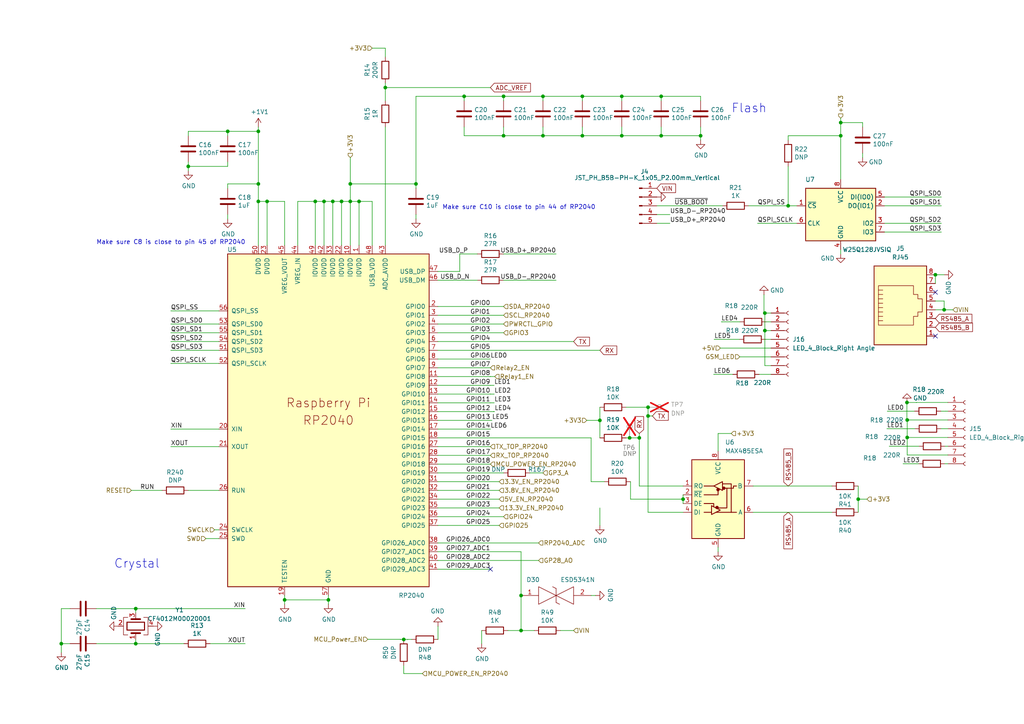
<source format=kicad_sch>
(kicad_sch (version 20231120) (generator "eeschema") (generator_version "8.0")
  (paper "A4")
  (lib_symbols
    (symbol "Connector:Conn_01x05_Male" (pin_names (offset 1.016) hide)
      (property "Reference" "J" (at 0 7.62 0))
      (property "Value" "Conn_01x05_Male" (at 0 -7.62 0))
      (symbol "Conn_01x05_Male_1_1"
        (pin passive line (at 5.08 5.08 180) (length 3.81) (name "Pin_1") (number "1"))
        (pin passive line (at 5.08 2.54 180) (length 3.81) (name "Pin_2") (number "2"))
        (pin passive line (at 5.08 0 180) (length 3.81) (name "Pin_3") (number "3"))
        (pin passive line (at 5.08 -2.54 180) (length 3.81) (name "Pin_4") (number "4"))
        (pin passive line (at 5.08 -5.08 180) (length 3.81) (name "Pin_5") (number "5"))
      )
    )
    (symbol "Connector:Conn_01x08_Socket" (pin_names (offset 1.016) hide)
      (property "Reference" "J" (at 0 10.16 0))
      (property "Value" "Conn_01x08_Socket" (at 0 -12.7 0))
      (symbol "Conn_01x08_Socket_1_1"
        (pin passive line (at -5.08 7.62 0) (length 3.81) (name "Pin_1") (number "1"))
        (pin passive line (at -5.08 5.08 0) (length 3.81) (name "Pin_2") (number "2"))
        (pin passive line (at -5.08 2.54 0) (length 3.81) (name "Pin_3") (number "3"))
        (pin passive line (at -5.08 0 0) (length 3.81) (name "Pin_4") (number "4"))
        (pin passive line (at -5.08 -2.54 0) (length 3.81) (name "Pin_5") (number "5"))
        (pin passive line (at -5.08 -5.08 0) (length 3.81) (name "Pin_6") (number "6"))
        (pin passive line (at -5.08 -7.62 0) (length 3.81) (name "Pin_7") (number "7"))
        (pin passive line (at -5.08 -10.16 0) (length 3.81) (name "Pin_8") (number "8"))
      )
    )
    (symbol "Connector:RJ45" (pin_names (offset 1.016))
      (property "Reference" "J" (at -5.08 13.97 0))
      (property "Value" "RJ45" (at 2.54 13.97 0))
      (symbol "RJ45_1_1"
        (pin passive line (at 10.16 -7.62 180) (length 2.54) (name "~") (number "1"))
        (pin passive line (at 10.16 -5.08 180) (length 2.54) (name "~") (number "2"))
        (pin passive line (at 10.16 -2.54 180) (length 2.54) (name "~") (number "3"))
        (pin passive line (at 10.16 0 180) (length 2.54) (name "~") (number "4"))
        (pin passive line (at 10.16 2.54 180) (length 2.54) (name "~") (number "5"))
        (pin passive line (at 10.16 5.08 180) (length 2.54) (name "~") (number "6"))
        (pin passive line (at 10.16 7.62 180) (length 2.54) (name "~") (number "7"))
        (pin passive line (at 10.16 10.16 180) (length 2.54) (name "~") (number "8"))
      )
    )
    (symbol "Connector:TestPoint" (pin_numbers hide) (pin_names (offset 0.762) hide)
      (property "Reference" "TP" (at 0 6.858 0))
      (property "Value" "TestPoint" (at 0 5.08 0))
      (symbol "TestPoint_1_1"
        (pin passive line (at 0 0 90) (length 2.54) (name "1") (number "1"))
      )
    )
    (symbol "Device:C" (pin_numbers hide) (pin_names (offset 0.254))
      (property "Reference" "C" (at 0.635 2.54 0))
      (property "Value" "C" (at 0.635 -2.54 0))
      (symbol "C_1_1"
        (pin passive line (at 0 3.81 270) (length 2.794) (name "~") (number "1"))
        (pin passive line (at 0 -3.81 90) (length 2.794) (name "~") (number "2"))
      )
    )
    (symbol "Device:Crystal_GND24" (pin_names (offset 1.016) hide)
      (property "Reference" "Y" (at 3.175 5.08 0))
      (property "Value" "Crystal_GND24" (at 3.175 3.175 0))
      (symbol "Crystal_GND24_1_1"
        (pin passive line (at -3.81 0 0) (length 1.27) (name "1") (number "1"))
        (pin passive line (at 0 5.08 270) (length 1.27) (name "2") (number "2"))
        (pin passive line (at 3.81 0 180) (length 1.27) (name "3") (number "3"))
        (pin passive line (at 0 -5.08 90) (length 1.27) (name "4") (number "4"))
      )
    )
    (symbol "Device:R" (pin_numbers hide) (pin_names (offset 0))
      (property "Reference" "R" (at 2.032 0 90))
      (property "Value" "R" (at 0 0 90))
      (symbol "R_1_1"
        (pin passive line (at 0 3.81 270) (length 1.27) (name "~") (number "1"))
        (pin passive line (at 0 -3.81 90) (length 1.27) (name "~") (number "2"))
      )
    )
    (symbol "Interface_UART:MAX485E"
      (property "Reference" "U" (at -6.096 11.43 0))
      (property "Value" "MAX485E" (at 0.762 11.43 0))
      (symbol "MAX485E_1_1"
        (pin output line (at -10.16 2.54 0) (length 2.54) (name "RO") (number "1"))
        (pin input line (at -10.16 0 0) (length 2.54) (name "~{RE}") (number "2"))
        (pin input line (at -10.16 -2.54 0) (length 2.54) (name "DE") (number "3"))
        (pin input line (at -10.16 -5.08 0) (length 2.54) (name "DI") (number "4"))
        (pin power_in line (at 0 -15.24 90) (length 2.54) (name "GND") (number "5"))
        (pin bidirectional line (at 10.16 -5.08 180) (length 2.54) (name "A") (number "6"))
        (pin bidirectional line (at 10.16 2.54 180) (length 2.54) (name "B") (number "7"))
        (pin power_in line (at 0 12.7 270) (length 2.54) (name "VCC") (number "8"))
      )
    )
    (symbol "MCU_RaspberryPi_RP2040:RP2040" (pin_names (offset 1.016))
      (property "Reference" "U" (at -29.21 49.53 0))
      (property "Value" "RP2040" (at 24.13 -49.53 0))
      (symbol "RP2040_0_0"
        (text "Raspberry Pi" (at 0 5.08 0) (effects (font (size 2.54 2.54))))
        (text "RP2040" (at 0 0 0) (effects (font (size 2.54 2.54))))
      )
      (symbol "RP2040_1_1"
        (pin power_in line (at 8.89 50.8 270) (length 2.54) (name "IOVDD") (number "1"))
        (pin power_in line (at 6.35 50.8 270) (length 2.54) (name "IOVDD") (number "10"))
        (pin bidirectional line (at 31.75 12.7 180) (length 2.54) (name "GPIO8") (number "11"))
        (pin bidirectional line (at 31.75 10.16 180) (length 2.54) (name "GPIO9") (number "12"))
        (pin bidirectional line (at 31.75 7.62 180) (length 2.54) (name "GPIO10") (number "13"))
        (pin bidirectional line (at 31.75 5.08 180) (length 2.54) (name "GPIO11") (number "14"))
        (pin bidirectional line (at 31.75 2.54 180) (length 2.54) (name "GPIO12") (number "15"))
        (pin bidirectional line (at 31.75 0 180) (length 2.54) (name "GPIO13") (number "16"))
        (pin bidirectional line (at 31.75 -2.54 180) (length 2.54) (name "GPIO14") (number "17"))
        (pin bidirectional line (at 31.75 -5.08 180) (length 2.54) (name "GPIO15") (number "18"))
        (pin passive line (at -12.7 -50.8 90) (length 2.54) (name "TESTEN") (number "19"))
        (pin bidirectional line (at 31.75 33.02 180) (length 2.54) (name "GPIO0") (number "2"))
        (pin input line (at -31.75 -2.54 0) (length 2.54) (name "XIN") (number "20"))
        (pin passive line (at -31.75 -7.62 0) (length 2.54) (name "XOUT") (number "21"))
        (pin power_in line (at 3.81 50.8 270) (length 2.54) (name "IOVDD") (number "22"))
        (pin power_in line (at -17.78 50.8 270) (length 2.54) (name "DVDD") (number "23"))
        (pin output line (at -31.75 -31.75 0) (length 2.54) (name "SWCLK") (number "24"))
        (pin bidirectional line (at -31.75 -34.29 0) (length 2.54) (name "SWD") (number "25"))
        (pin input line (at -31.75 -20.32 0) (length 2.54) (name "RUN") (number "26"))
        (pin bidirectional line (at 31.75 -7.62 180) (length 2.54) (name "GPIO16") (number "27"))
        (pin bidirectional line (at 31.75 -10.16 180) (length 2.54) (name "GPIO17") (number "28"))
        (pin bidirectional line (at 31.75 -12.7 180) (length 2.54) (name "GPIO18") (number "29"))
        (pin bidirectional line (at 31.75 30.48 180) (length 2.54) (name "GPIO1") (number "3"))
        (pin bidirectional line (at 31.75 -15.24 180) (length 2.54) (name "GPIO19") (number "30"))
        (pin bidirectional line (at 31.75 -17.78 180) (length 2.54) (name "GPIO20") (number "31"))
        (pin bidirectional line (at 31.75 -20.32 180) (length 2.54) (name "GPIO21") (number "32"))
        (pin power_in line (at 1.27 50.8 270) (length 2.54) (name "IOVDD") (number "33"))
        (pin bidirectional line (at 31.75 -22.86 180) (length 2.54) (name "GPIO22") (number "34"))
        (pin bidirectional line (at 31.75 -25.4 180) (length 2.54) (name "GPIO23") (number "35"))
        (pin bidirectional line (at 31.75 -27.94 180) (length 2.54) (name "GPIO24") (number "36"))
        (pin bidirectional line (at 31.75 -30.48 180) (length 2.54) (name "GPIO25") (number "37"))
        (pin bidirectional line (at 31.75 -35.56 180) (length 2.54) (name "GPIO26_ADC0") (number "38"))
        (pin bidirectional line (at 31.75 -38.1 180) (length 2.54) (name "GPIO27_ADC1") (number "39"))
        (pin bidirectional line (at 31.75 27.94 180) (length 2.54) (name "GPIO2") (number "4"))
        (pin bidirectional line (at 31.75 -40.64 180) (length 2.54) (name "GPIO28_ADC2") (number "40"))
        (pin bidirectional line (at 31.75 -43.18 180) (length 2.54) (name "GPIO29_ADC3") (number "41"))
        (pin power_in line (at -1.27 50.8 270) (length 2.54) (name "IOVDD") (number "42"))
        (pin power_in line (at 16.51 50.8 270) (length 2.54) (name "ADC_AVDD") (number "43"))
        (pin power_in line (at -8.89 50.8 270) (length 2.54) (name "VREG_IN") (number "44"))
        (pin power_out line (at -12.7 50.8 270) (length 2.54) (name "VREG_VOUT") (number "45"))
        (pin bidirectional line (at 31.75 40.64 180) (length 2.54) (name "USB_DM") (number "46"))
        (pin bidirectional line (at 31.75 43.18 180) (length 2.54) (name "USB_DP") (number "47"))
        (pin power_in line (at 12.7 50.8 270) (length 2.54) (name "USB_VDD") (number "48"))
        (pin power_in line (at -3.81 50.8 270) (length 2.54) (name "IOVDD") (number "49"))
        (pin bidirectional line (at 31.75 25.4 180) (length 2.54) (name "GPIO3") (number "5"))
        (pin power_in line (at -20.32 50.8 270) (length 2.54) (name "DVDD") (number "50"))
        (pin bidirectional line (at -31.75 20.32 0) (length 2.54) (name "QSPI_SD3") (number "51"))
        (pin output line (at -31.75 16.51 0) (length 2.54) (name "QSPI_SCLK") (number "52"))
        (pin bidirectional line (at -31.75 27.94 0) (length 2.54) (name "QSPI_SD0") (number "53"))
        (pin bidirectional line (at -31.75 22.86 0) (length 2.54) (name "QSPI_SD2") (number "54"))
        (pin bidirectional line (at -31.75 25.4 0) (length 2.54) (name "QSPI_SD1") (number "55"))
        (pin bidirectional line (at -31.75 31.75 0) (length 2.54) (name "QSPI_SS") (number "56"))
        (pin power_in line (at 0 -50.8 90) (length 2.54) (name "GND") (number "57"))
        (pin bidirectional line (at 31.75 22.86 180) (length 2.54) (name "GPIO4") (number "6"))
        (pin bidirectional line (at 31.75 20.32 180) (length 2.54) (name "GPIO5") (number "7"))
        (pin bidirectional line (at 31.75 17.78 180) (length 2.54) (name "GPIO6") (number "8"))
        (pin bidirectional line (at 31.75 15.24 180) (length 2.54) (name "GPIO7") (number "9"))
      )
    )
    (symbol "Memory_Flash:W25Q128JVS"
      (property "Reference" "U" (at -8.89 8.89 0))
      (property "Value" "W25Q128JVS" (at 7.62 8.89 0))
      (symbol "W25Q128JVS_1_1"
        (pin input line (at -12.7 2.54 0) (length 2.54) (name "~{CS}") (number "1"))
        (pin bidirectional line (at 12.7 2.54 180) (length 2.54) (name "DO(IO1)") (number "2"))
        (pin bidirectional line (at 12.7 -2.54 180) (length 2.54) (name "IO2") (number "3"))
        (pin power_in line (at 0 -10.16 90) (length 2.54) (name "GND") (number "4"))
        (pin bidirectional line (at 12.7 5.08 180) (length 2.54) (name "DI(IO0)") (number "5"))
        (pin input line (at -12.7 -2.54 0) (length 2.54) (name "CLK") (number "6"))
        (pin bidirectional line (at 12.7 -5.08 180) (length 2.54) (name "IO3") (number "7"))
        (pin power_in line (at 0 10.16 270) (length 2.54) (name "VCC") (number "8"))
      )
    )
    (symbol "SP0402B-ULC-01ETG:SP0402B-ULC-01ETG" (pin_names (offset 0.762))
      (property "Reference" "D" (at 12.7 8.89 0))
      (property "Value" "SP0402B-ULC-01ETG" (at 12.7 6.35 0))
      (symbol "SP0402B-ULC-01ETG_0_0"
        (pin passive line (at 0 0 0) (length 5.08) (name "~") (number "1"))
        (pin passive line (at 20.32 0 180) (length 5.08) (name "~") (number "2"))
      )
    )
    (symbol "power:+1V1" (power) (pin_names (offset 0))
      (property "Value" "+1V1" (at 0 3.556 0))
      (symbol "+1V1_1_1"
        (pin power_in line (at 0 0 90) (length 0) hide (name "+1V1") (number "1"))
      )
    )
    (symbol "power:GND" (power) (pin_names (offset 0))
      (property "Value" "GND" (at 0 -3.81 0))
      (symbol "GND_1_1"
        (pin power_in line (at 0 0 270) (length 0) hide (name "GND") (number "1"))
      )
    )
  )
  (junction (at 111.76 25.4))
  (junction (at 54.61 48.26))
  (junction (at 221.8396 90.8043))
  (junction (at 271.3007 79.6916))
  (junction (at 39.37 186.69))
  (junction (at 151.13 182.88))
  (junction (at 180.34 27.94))
  (junction (at 117.1006 185.4727))
  (junction (at 101.6 58.42))
  (junction (at 263.1254 126.8876))
  (junction (at 273.8407 89.8516))
  (junction (at 95.25 173.99))
  (junction (at 74.93 58.42))
  (junction (at 180.34 39.37))
  (junction (at 151.13 172.72))
  (junction (at 221.8396 95.8843))
  (junction (at 263.1254 121.8163))
  (junction (at 17.78 186.69))
  (junction (at 263.0568 116.7363))
  (junction (at 104.14 58.42))
  (junction (at 187.96 120.65))
  (junction (at 248.92 144.78))
  (junction (at 39.37 176.53))
  (junction (at 93.98 58.42))
  (junction (at 96.52 58.42))
  (junction (at 82.55 173.99))
  (junction (at 74.93 38.1))
  (junction (at 91.44 58.42))
  (junction (at 168.91 39.37))
  (junction (at 101.6 53.34))
  (junction (at 198.12 144.78))
  (junction (at 182.6119 127))
  (junction (at 134.62 27.94))
  (junction (at 157.48 27.94))
  (junction (at 187.96 118.11))
  (junction (at 228.6 59.69))
  (junction (at 66.04 38.1))
  (junction (at 74.93 53.34))
  (junction (at 99.06 58.42))
  (junction (at 191.77 39.37))
  (junction (at 173.99 121.92))
  (junction (at 120.65 53.34))
  (junction (at 191.77 27.94))
  (junction (at 168.91 27.94))
  (junction (at 77.47 58.42))
  (junction (at 185.42 127))
  (junction (at 146.05 27.94))
  (junction (at 157.48 39.37))
  (junction (at 243.84 39.37))
  (junction (at 243.84 35.56))
  (junction (at 203.2 39.37))
  (junction (at 146.05 39.37))
  (no_connect (at 142.24 165.1))
  (no_connect (at 271.3007 97.4716))
  (no_connect (at 271.3007 84.7716))
  (wire (pts (xy 111.76 36.83) (xy 111.76 71.12)))
  (wire (pts (xy 49.53 124.46) (xy 63.5 124.46)))
  (wire (pts (xy 59.69 156.21) (xy 63.5 156.21)))
  (wire (pts (xy 191.77 39.37) (xy 203.2 39.37)))
  (wire (pts (xy 66.04 53.34) (xy 74.93 53.34)))
  (wire (pts (xy 122.5125 195.3653) (xy 117.1006 195.3653)))
  (wire (pts (xy 127 160.02) (xy 151.13 160.02)))
  (wire (pts (xy 191.77 27.94) (xy 203.2 27.94)))
  (wire (pts (xy 143.1694 119.3787) (xy 143.1694 119.38)))
  (wire (pts (xy 101.6 58.42) (xy 104.14 58.42)))
  (wire (pts (xy 127.039 181.6432) (xy 127.039 185.4532)))
  (wire (pts (xy 180.34 27.94) (xy 191.77 27.94)))
  (wire (pts (xy 142.24 114.3018) (xy 142.24 114.3)))
  (wire (pts (xy 143.4165 119.3774) (xy 143.4234 119.3787)))
  (wire (pts (xy 221.8396 90.8043) (xy 221.8396 95.8843)))
  (wire (pts (xy 142.24 109.2128) (xy 142.24 109.22)))
  (wire (pts (xy 82.55 173.99) (xy 95.25 173.99)))
  (wire (pts (xy 142.24 116.8403) (xy 142.24 116.84)))
  (wire (pts (xy 143.3631 116.8403) (xy 142.24 116.8403)))
  (wire (pts (xy 180.34 39.37) (xy 168.91 39.37)))
  (wire (pts (xy 39.37 186.69) (xy 53.34 186.69)))
  (wire (pts (xy 142.6874 121.92) (xy 127 121.92)))
  (wire (pts (xy 191.77 29.21) (xy 191.77 27.94)))
  (wire (pts (xy 86.36 58.42) (xy 91.44 58.42)))
  (wire (pts (xy 146.05 27.94) (xy 157.48 27.94)))
  (wire (pts (xy 207.0067 108.5843) (xy 212.5516 108.5843)))
  (wire (pts (xy 54.61 46.99) (xy 54.61 48.26)))
  (wire (pts (xy 228.6 48.26) (xy 228.6 59.69)))
  (wire (pts (xy 127 142.24) (xy 144.78 142.24)))
  (wire (pts (xy 127 104.14) (xy 142.24 104.14)))
  (wire (pts (xy 95.25 173.99) (xy 95.25 175.26)))
  (wire (pts (xy 118.2663 185.4532) (xy 119.419 185.4532)))
  (wire (pts (xy 111.76 13.97) (xy 107.95 13.97)))
  (wire (pts (xy 271.3007 79.6916) (xy 271.3007 82.2316)))
  (wire (pts (xy 185.42 125.73) (xy 185.42 127)))
  (wire (pts (xy 272.8769 119.2612) (xy 274.3404 119.2612)))
  (wire (pts (xy 185.42 127) (xy 185.42 140.97)))
  (wire (pts (xy 127 106.68) (xy 142.24 106.68)))
  (wire (pts (xy 27.94 176.53) (xy 39.37 176.53)))
  (wire (pts (xy 120.65 27.94) (xy 120.65 53.34)))
  (wire (pts (xy 143.3159 111.7647) (xy 142.24 111.7647)))
  (wire (pts (xy 101.6 53.34) (xy 101.6 58.42)))
  (wire (pts (xy 153.67 137.16) (xy 157.48 137.16)))
  (wire (pts (xy 208.9282 100.9521) (xy 208.9282 100.9643)))
  (wire (pts (xy 274.9191 116.7276) (xy 265.8174 116.7276)))
  (wire (pts (xy 60.96 186.69) (xy 71.12 186.69)))
  (wire (pts (xy 274.137 129.4276) (xy 274.9191 129.4276)))
  (wire (pts (xy 194.31 62.23) (xy 190.5 62.23)))
  (wire (pts (xy 127 96.52) (xy 146.05 96.52)))
  (wire (pts (xy 207.1393 98.4253) (xy 207.1393 98.4243)))
  (wire (pts (xy 93.98 58.42) (xy 96.52 58.42)))
  (wire (pts (xy 223.6347 95.8843) (xy 221.8396 95.8843)))
  (wire (pts (xy 212.09 125.73) (xy 208.28 125.73)))
  (wire (pts (xy 157.48 27.94) (xy 168.91 27.94)))
  (wire (pts (xy 194.31 64.77) (xy 190.5 64.77)))
  (wire (pts (xy 248.92 144.78) (xy 248.92 148.59)))
  (wire (pts (xy 66.04 54.61) (xy 66.04 53.34)))
  (wire (pts (xy 74.93 53.34) (xy 74.93 58.42)))
  (wire (pts (xy 20.32 176.53) (xy 17.78 176.53)))
  (wire (pts (xy 273.8407 89.8516) (xy 271.3007 89.8516)))
  (wire (pts (xy 203.2 36.83) (xy 203.2 39.37)))
  (wire (pts (xy 99.06 71.12) (xy 99.06 58.42)))
  (wire (pts (xy 142.24 124.4539) (xy 142.24 124.46)))
  (wire (pts (xy 127 144.78) (xy 144.78 144.78)))
  (wire (pts (xy 263.0381 116.7363) (xy 263.0381 121.8163)))
  (wire (pts (xy 127 127) (xy 171.45 127)))
  (wire (pts (xy 180.34 29.21) (xy 180.34 27.94)))
  (wire (pts (xy 171.45 139.7) (xy 175.26 139.7)))
  (wire (pts (xy 146.05 39.37) (xy 134.62 39.37)))
  (wire (pts (xy 221.8396 95.8843) (xy 221.8396 106.0443)))
  (wire (pts (xy 111.76 16.51) (xy 111.76 13.97)))
  (wire (pts (xy 221.8396 106.0443) (xy 223.6347 106.0443)))
  (wire (pts (xy 143.1694 119.38) (xy 127 119.38)))
  (wire (pts (xy 63.5 90.17) (xy 49.53 90.17)))
  (wire (pts (xy 274.9191 131.9676) (xy 263.1254 131.9676)))
  (wire (pts (xy 111.76 25.4) (xy 142.24 25.4)))
  (wire (pts (xy 207.0067 108.5876) (xy 207.0067 108.5843)))
  (wire (pts (xy 111.76 25.4) (xy 111.76 24.13)))
  (wire (pts (xy 198.12 144.78) (xy 198.12 146.05)))
  (wire (pts (xy 273.8407 89.8516) (xy 276.3807 89.8516)))
  (wire (pts (xy 222.2145 93.3443) (xy 223.6347 93.3443)))
  (wire (pts (xy 208.28 158.75) (xy 208.28 160.02)))
  (wire (pts (xy 209.4507 93.3443) (xy 214.5945 93.3443)))
  (wire (pts (xy 66.04 39.37) (xy 66.04 38.1)))
  (wire (pts (xy 77.47 58.42) (xy 74.93 58.42)))
  (wire (pts (xy 146.05 36.83) (xy 146.05 39.37)))
  (wire (pts (xy 49.53 96.52) (xy 63.5 96.52)))
  (wire (pts (xy 256.54 67.31) (xy 273.05 67.31)))
  (wire (pts (xy 203.2 39.37) (xy 203.2 40.64)))
  (wire (pts (xy 134.62 27.94) (xy 146.05 27.94)))
  (wire (pts (xy 127 81.28) (xy 138.43 81.28)))
  (wire (pts (xy 74.93 58.42) (xy 74.93 71.12)))
  (wire (pts (xy 274.3404 119.2676) (xy 274.9191 119.2676)))
  (wire (pts (xy 127 114.3) (xy 142.24 114.3)))
  (wire (pts (xy 127 162.56) (xy 156.21 162.56)))
  (wire (pts (xy 127 147.32) (xy 144.78 147.32)))
  (wire (pts (xy 180.34 36.83) (xy 180.34 39.37)))
  (wire (pts (xy 107.95 71.12) (xy 107.95 58.42)))
  (wire (pts (xy 134.62 27.94) (xy 120.65 27.94)))
  (wire (pts (xy 168.91 29.21) (xy 168.91 27.94)))
  (wire (pts (xy 146.05 73.66) (xy 161.29 73.66)))
  (wire (pts (xy 203.2 29.21) (xy 203.2 27.94)))
  (wire (pts (xy 221.586 85.4822) (xy 221.586 90.8043)))
  (wire (pts (xy 120.65 62.23) (xy 120.65 63.5)))
  (wire (pts (xy 101.6 53.34) (xy 101.6 45.72)))
  (wire (pts (xy 49.53 101.6) (xy 63.5 101.6)))
  (wire (pts (xy 218.44 140.97) (xy 241.3 140.97)))
  (wire (pts (xy 181.61 127) (xy 182.6119 127)))
  (wire (pts (xy 77.47 71.12) (xy 77.47 58.42)))
  (wire (pts (xy 20.32 186.69) (xy 17.78 186.69)))
  (wire (pts (xy 127 99.06) (xy 166.37 99.06)))
  (wire (pts (xy 49.53 99.06) (xy 63.5 99.06)))
  (wire (pts (xy 127 91.44) (xy 146.05 91.44)))
  (wire (pts (xy 166.37 182.88) (xy 162.56 182.88)))
  (wire (pts (xy 127 88.9) (xy 146.05 88.9)))
  (wire (pts (xy 82.55 71.12) (xy 82.55 58.42)))
  (wire (pts (xy 208.9282 100.9643) (xy 223.6347 100.9643)))
  (wire (pts (xy 101.6 53.34) (xy 120.65 53.34)))
  (wire (pts (xy 191.77 36.83) (xy 191.77 39.37)))
  (wire (pts (xy 223.6347 90.8043) (xy 221.8396 90.8043)))
  (wire (pts (xy 228.6 39.37) (xy 243.84 39.37)))
  (wire (pts (xy 187.96 120.65) (xy 189.23 120.65)))
  (wire (pts (xy 151.13 160.02) (xy 151.13 172.72)))
  (wire (pts (xy 173.99 121.92) (xy 173.99 127)))
  (wire (pts (xy 127 149.86) (xy 146.05 149.86)))
  (wire (pts (xy 265.8174 116.7363) (xy 263.0568 116.7363)))
  (wire (pts (xy 147.32 182.88) (xy 151.13 182.88)))
  (wire (pts (xy 214.5582 103.477) (xy 214.5582 103.5043)))
  (wire (pts (xy 104.14 58.42) (xy 104.14 71.12)))
  (wire (pts (xy 217.17 59.69) (xy 228.6 59.69)))
  (wire (pts (xy 263.1254 121.8163) (xy 263.1254 126.8876)))
  (wire (pts (xy 63.5 129.54) (xy 49.53 129.54)))
  (wire (pts (xy 257.3361 119.2612) (xy 265.2569 119.2612)))
  (wire (pts (xy 104.14 58.42) (xy 107.95 58.42)))
  (wire (pts (xy 106.68 185.42) (xy 116.1625 185.42)))
  (wire (pts (xy 111.76 25.4) (xy 111.76 29.21)))
  (wire (pts (xy 263.0568 116.7363) (xy 263.0381 116.7363)))
  (wire (pts (xy 86.36 71.12) (xy 86.36 58.42)))
  (wire (pts (xy 118.2663 185.4727) (xy 118.2663 185.4532)))
  (wire (pts (xy 74.93 36.83) (xy 74.93 38.1)))
  (wire (pts (xy 182.6119 127) (xy 185.42 127)))
  (wire (pts (xy 142.24 111.7647) (xy 142.24 111.76)))
  (wire (pts (xy 198.12 140.97) (xy 185.42 140.97)))
  (wire (pts (xy 243.84 39.37) (xy 243.84 52.07)))
  (wire (pts (xy 172.72 172.72) (xy 171.45 172.72)))
  (wire (pts (xy 127 116.84) (xy 142.24 116.84)))
  (wire (pts (xy 54.61 48.26) (xy 54.61 49.53)))
  (wire (pts (xy 187.96 120.65) (xy 187.96 118.11)))
  (wire (pts (xy 74.93 38.1) (xy 74.93 53.34)))
  (wire (pts (xy 187.96 118.11) (xy 181.61 118.11)))
  (wire (pts (xy 117.1006 185.4727) (xy 118.2663 185.4727)))
  (wire (pts (xy 272.9551 124.3476) (xy 274.9191 124.3476)))
  (wire (pts (xy 198.12 148.59) (xy 187.96 148.59)))
  (wire (pts (xy 170.18 121.92) (xy 173.99 121.92)))
  (wire (pts (xy 273.8407 87.3116) (xy 271.3007 87.3116)))
  (wire (pts (xy 127 139.7) (xy 144.78 139.7)))
  (wire (pts (xy 133.35 73.66) (xy 138.43 73.66)))
  (wire (pts (xy 82.55 172.72) (xy 82.55 173.99)))
  (wire (pts (xy 221.586 90.8043) (xy 221.8396 90.8043)))
  (wire (pts (xy 82.55 173.99) (xy 82.55 175.26)))
  (wire (pts (xy 17.78 186.69) (xy 17.78 189.23)))
  (wire (pts (xy 182.88 144.78) (xy 182.88 139.7)))
  (wire (pts (xy 127 132.08) (xy 142.24 132.08)))
  (wire (pts (xy 127 157.48) (xy 156.21 157.48)))
  (wire (pts (xy 187.96 148.59) (xy 187.96 120.65)))
  (wire (pts (xy 134.62 36.83) (xy 134.62 39.37)))
  (wire (pts (xy 143.3693 114.3018) (xy 142.24 114.3018)))
  (wire (pts (xy 146.05 29.21) (xy 146.05 27.94)))
  (wire (pts (xy 139.7 186.69) (xy 139.7 182.88)))
  (wire (pts (xy 63.5 105.41) (xy 49.53 105.41)))
  (wire (pts (xy 27.94 186.69) (xy 39.37 186.69)))
  (wire (pts (xy 95.25 172.72) (xy 95.25 173.99)))
  (wire (pts (xy 17.78 176.53) (xy 17.78 186.69)))
  (wire (pts (xy 191.77 39.37) (xy 180.34 39.37)))
  (wire (pts (xy 54.61 142.24) (xy 63.5 142.24)))
  (wire (pts (xy 99.06 58.42) (xy 101.6 58.42)))
  (wire (pts (xy 66.04 38.1) (xy 74.93 38.1)))
  (wire (pts (xy 198.12 144.78) (xy 182.88 144.78)))
  (wire (pts (xy 228.6 40.64) (xy 228.6 39.37)))
  (wire (pts (xy 256.54 59.69) (xy 273.05 59.69)))
  (wire (pts (xy 127 152.4) (xy 144.78 152.4)))
  (wire (pts (xy 96.52 71.12) (xy 96.52 58.42)))
  (wire (pts (xy 250.19 44.45) (xy 250.19 45.72)))
  (wire (pts (xy 117.1006 195.3653) (xy 117.1006 193.0927)))
  (wire (pts (xy 133.35 73.66) (xy 133.35 78.74)))
  (wire (pts (xy 256.54 57.15) (xy 273.05 57.15)))
  (wire (pts (xy 248.92 140.97) (xy 248.92 144.78)))
  (wire (pts (xy 261.92 134.5076) (xy 266.4376 134.5076)))
  (wire (pts (xy 173.99 152.4) (xy 173.99 147.32)))
  (wire (pts (xy 116.1625 185.42) (xy 116.1625 185.4727)))
  (wire (pts (xy 116.1625 185.4727) (xy 117.1006 185.4727)))
  (wire (pts (xy 263.1254 126.8876) (xy 263.1254 131.9676)))
  (wire (pts (xy 273.8407 89.8516) (xy 273.8407 87.3116)))
  (wire (pts (xy 127 93.98) (xy 146.05 93.98)))
  (wire (pts (xy 134.62 29.21) (xy 134.62 27.94)))
  (wire (pts (xy 49.53 93.98) (xy 63.5 93.98)))
  (wire (pts (xy 274.0576 134.5076) (xy 274.9191 134.5076)))
  (wire (pts (xy 273.8407 79.6916) (xy 271.3007 79.6916)))
  (wire (pts (xy 190.5 59.69) (xy 209.55 59.69)))
  (wire (pts (xy 257.238 124.3476) (xy 265.3351 124.3476)))
  (wire (pts (xy 127 109.22) (xy 142.24 109.22)))
  (wire (pts (xy 157.48 39.37) (xy 146.05 39.37)))
  (wire (pts (xy 257.9018 129.4276) (xy 266.517 129.4276)))
  (wire (pts (xy 54.61 38.1) (xy 66.04 38.1)))
  (wire (pts (xy 157.48 36.83) (xy 157.48 39.37)))
  (wire (pts (xy 127 129.54) (xy 142.24 129.54)))
  (wire (pts (xy 54.61 48.26) (xy 66.04 48.26)))
  (wire (pts (xy 127 111.76) (xy 142.24 111.76)))
  (wire (pts (xy 91.44 71.12) (xy 91.44 58.42)))
  (wire (pts (xy 93.98 71.12) (xy 93.98 58.42)))
  (wire (pts (xy 62.23 153.67) (xy 63.5 153.67)))
  (wire (pts (xy 127 165.1) (xy 142.24 165.1)))
  (wire (pts (xy 38.1 142.24) (xy 46.99 142.24)))
  (wire (pts (xy 243.84 35.56) (xy 243.84 39.37)))
  (wire (pts (xy 127 134.62) (xy 142.24 134.62)))
  (wire (pts (xy 82.55 58.42) (xy 77.47 58.42)))
  (wire (pts (xy 173.99 118.11) (xy 173.99 121.92)))
  (wire (pts (xy 127 78.74) (xy 133.35 78.74)))
  (wire (pts (xy 171.45 139.7) (xy 171.45 127)))
  (wire (pts (xy 143.4918 109.2128) (xy 142.24 109.2128)))
  (wire (pts (xy 274.9191 126.8876) (xy 263.1254 126.8876)))
  (wire (pts (xy 168.91 39.37) (xy 157.48 39.37)))
  (wire (pts (xy 66.04 48.26) (xy 66.04 46.99)))
  (wire (pts (xy 222.0746 98.4243) (xy 223.6347 98.4243)))
  (wire (pts (xy 243.84 34.29) (xy 243.84 35.56)))
  (wire (pts (xy 219.71 64.77) (xy 231.14 64.77)))
  (wire (pts (xy 127 124.46) (xy 142.24 124.46)))
  (wire (pts (xy 228.6 59.69) (xy 231.14 59.69)))
  (wire (pts (xy 243.84 72.39) (xy 243.84 73.66)))
  (wire (pts (xy 250.19 36.83) (xy 250.19 35.56)))
  (wire (pts (xy 274.3404 119.2612) (xy 274.3404 119.2676)))
  (wire (pts (xy 151.13 182.88) (xy 154.94 182.88)))
  (wire (pts (xy 207.1393 98.4243) (xy 214.4546 98.4243)))
  (wire (pts (xy 66.04 62.23) (xy 66.04 63.5)))
  (wire (pts (xy 263.0381 121.8163) (xy 263.1254 121.8163)))
  (wire (pts (xy 263.1254 121.8076) (xy 263.1254 121.8163)))
  (wire (pts (xy 220.1716 108.5843) (xy 223.6347 108.5843)))
  (wire (pts (xy 265.8174 116.7276) (xy 265.8174 116.7363)))
  (wire (pts (xy 218.44 148.59) (xy 241.3 148.59)))
  (wire (pts (xy 39.37 177.8) (xy 39.37 176.53)))
  (wire (pts (xy 101.6 71.12) (xy 101.6 58.42)))
  (wire (pts (xy 39.37 176.53) (xy 71.12 176.53)))
  (wire (pts (xy 263.1254 121.8076) (xy 274.9191 121.8076)))
  (wire (pts (xy 39.37 185.42) (xy 39.37 186.69)))
  (wire (pts (xy 143.1694 119.3787) (xy 143.4165 119.3774)))
  (wire (pts (xy 151.13 172.72) (xy 151.13 182.88)))
  (wire (pts (xy 214.5582 103.5043) (xy 223.6347 103.5043)))
  (wire (pts (xy 256.54 64.77) (xy 273.05 64.77)))
  (wire (pts (xy 198.12 143.51) (xy 198.12 144.78)))
  (wire (pts (xy 146.05 81.28) (xy 161.29 81.28)))
  (wire (pts (xy 120.65 54.61) (xy 120.65 53.34)))
  (wire (pts (xy 251.46 144.78) (xy 248.92 144.78)))
  (wire (pts (xy 168.91 27.94) (xy 180.34 27.94)))
  (wire (pts (xy 209.4507 93.3472) (xy 209.4507 93.3443)))
  (wire (pts (xy 91.44 58.42) (xy 93.98 58.42)))
  (wire (pts (xy 127 101.6) (xy 173.99 101.6)))
  (wire (pts (xy 96.52 58.42) (xy 99.06 58.42)))
  (wire (pts (xy 250.19 35.56) (xy 243.84 35.56)))
  (wire (pts (xy 157.48 29.21) (xy 157.48 27.94)))
  (wire (pts (xy 168.91 36.83) (xy 168.91 39.37)))
  (wire (pts (xy 54.61 39.37) (xy 54.61 38.1)))
  (wire (pts (xy 208.28 125.73) (xy 208.28 130.81)))
  (wire (pts (xy 209.1967 93.3472) (xy 209.4507 93.3472)))
  (wire (pts (xy 127 137.16) (xy 146.05 137.16)))
  (text "Make sure C8 is close to pin 45 of RP2040" (at 27.94 71.12 0) (effects (font (size 1.27 1.27)) (justify left bottom)))
  (text "Make sure C10 is close to pin 44 of RP2040" (at 128.27 60.96 0) (effects (font (size 1.27 1.27)) (justify left bottom)))
  (text "Flash" (at 212.09 33.02 0) (effects (font (size 2.54 2.54)) (justify left bottom)))
  (text "Crystal" (at 33.02 165.1 0) (effects (font (size 2.54 2.54)) (justify left bottom)))
  (label "LED3" (at 261.92 134.5076 0))
  (label "USB_D_P" (at 135.7763 73.66 180))
  (label "GPIO22" (at 142.24 144.78 180))
  (label "GPIO17" (at 142.24 132.08 180))
  (label "GPIO9" (at 142.24 111.7647 180))
  (label "XIN" (at 71.12 176.53 180))
  (label "LED3" (at 143.3631 116.8403 0))
  (label "USB_D+_RP2040" (at 161.29 73.66 180))
  (label "GPIO5" (at 142.24 101.6 180))
  (label "GPIO15" (at 142.24 127 180))
  (label "LED4" (at 143.4234 119.3787 0))
  (label "QSPI_SD0" (at 49.53 93.98 0))
  (label "GPIO18" (at 142.24 134.62 180))
  (label "LED2" (at 143.3693 114.3018 0))
  (label "GPIO26_ADC0" (at 142.24 157.48 180))
  (label "GPIO24" (at 142.24 149.86 180))
  (label "QSPI_SD2" (at 49.53 99.06 0))
  (label "GPIO27_ADC1" (at 142.24 160.02 180))
  (label "QSPI_SCLK" (at 219.71 64.77 0))
  (label "LED6" (at 142.24 124.46 0))
  (label "GPIO7" (at 142.24 106.68 180))
  (label "GPIO14" (at 142.24 124.4539 180))
  (label "GPIO3" (at 142.24 96.52 180))
  (label "LED0" (at 142.24 104.14 0))
  (label "GPIO0" (at 142.24 88.9 180))
  (label "LED1" (at 257.238 124.3476 0))
  (label "QSPI_SD3" (at 273.05 67.31 180))
  (label "GPIO11" (at 142.24 116.8403 180))
  (label "LED6" (at 207.0067 108.5876 0))
  (label "QSPI_SD0" (at 273.05 57.15 180))
  (label "USB_D-_RP2040" (at 194.31 62.23 0))
  (label "GPIO4" (at 142.24 99.06 180))
  (label "LED5" (at 142.6874 121.92 0))
  (label "GPIO20" (at 142.24 139.7 180))
  (label "~{USB_BOOT}" (at 195.58 59.69 0))
  (label "GPIO13" (at 142.24 121.92 180))
  (label "LED0" (at 257.3361 119.2612 0))
  (label "GPIO12" (at 142.24 119.38 180))
  (label "GPIO6" (at 142.24 104.14 180))
  (label "LED5" (at 207.1393 98.4253 0))
  (label "GPIO29_ADC3" (at 142.24 165.1 180))
  (label "GPIO1" (at 142.24 91.44 180))
  (label "GPIO28_ADC2" (at 142.24 162.56 180))
  (label "QSPI_SCLK" (at 49.53 105.41 0))
  (label "QSPI_SS" (at 49.53 90.17 0))
  (label "GPIO23" (at 142.24 147.32 180))
  (label "QSPI_SD3" (at 49.53 101.6 0))
  (label "USB_D+_RP2040" (at 194.31 64.77 0))
  (label "LED2" (at 257.9018 129.4276 0))
  (label "LED1" (at 143.3159 111.7647 0))
  (label "RUN" (at 40.64 142.24 0))
  (label "USB_D_N" (at 136.2125 81.28 180))
  (label "GPIO19" (at 142.24 137.16 180))
  (label "GPIO10" (at 142.24 114.3 180))
  (label "QSPI_SD1" (at 273.05 59.69 180))
  (label "QSPI_SD2" (at 273.05 64.77 180))
  (label "GPIO16" (at 142.24 129.54 180))
  (label "XOUT" (at 49.53 129.54 0))
  (label "QSPI_SD1" (at 49.53 96.52 0))
  (label "GPIO8" (at 142.24 109.2128 180))
  (label "XOUT" (at 71.12 186.69 180))
  (label "GPIO25" (at 142.24 152.4 180))
  (label "QSPI_SS" (at 219.71 59.69 0))
  (label "XIN" (at 49.53 124.46 0))
  (label "LED4" (at 209.1967 93.3472 0))
  (label "GPIO21" (at 142.24 142.24 180))
  (label "GPIO2" (at 142.24 93.98 180))
  (label "USB_D-_RP2040" (at 161.29 81.28 180))
  (global_label "RS485_B" (shape input) (at 271.3007 94.9316 0) (property "Intersheetrefs" "${INTERSHEET_REFS}" (effects (hide yes))))
  (global_label "ADC_VREF" (shape input) (at 142.24 25.4 0) (property "Intersheetrefs" "${INTERSHEET_REFS}" (effects (hide yes))))
  (global_label "RS485_A" (shape input) (at 228.6 148.59 270) (property "Intersheetrefs" "${INTERSHEET_REFS}" (effects (hide yes))))
  (global_label "RX" (shape input) (at 173.99 101.6 0) (property "Intersheetrefs" "${INTERSHEET_REFS}" (effects (hide yes))))
  (global_label "RS485_B" (shape input) (at 228.6 140.97 90) (property "Intersheetrefs" "${INTERSHEET_REFS}" (effects (hide yes))))
  (global_label "TX" (shape input) (at 189.23 120.65 0) (property "Intersheetrefs" "${INTERSHEET_REFS}" (effects (hide yes))))
  (global_label "RX" (shape input) (at 185.42 125.73 90) (property "Intersheetrefs" "${INTERSHEET_REFS}" (effects (hide yes))))
  (global_label "VIN" (shape input) (at 190.5 54.61 0) (property "Intersheetrefs" "${INTERSHEET_REFS}" (effects (hide yes))))
  (global_label "TX" (shape input) (at 166.37 99.06 0) (property "Intersheetrefs" "${INTERSHEET_REFS}" (effects (hide yes))))
  (global_label "RS485_A" (shape input) (at 271.3007 92.3916 0) (property "Intersheetrefs" "${INTERSHEET_REFS}" (effects (hide yes))))
  (hierarchical_label "GP3_A" (shape input) (at 157.48 137.16 0))
  (hierarchical_label "+3V3" (shape input) (at 101.6 45.72 90))
  (hierarchical_label "+3V3" (shape input) (at 212.09 125.73 0))
  (hierarchical_label "SCL_RP2040" (shape input) (at 146.05 91.44 0))
  (hierarchical_label "+3V3" (shape input) (at 107.95 13.97 180))
  (hierarchical_label "RP2040_ADC" (shape input) (at 156.21 157.48 0))
  (hierarchical_label "SDA_RP2040" (shape input) (at 146.05 88.9 0))
  (hierarchical_label "VIN" (shape input) (at 276.3807 89.8516 0))
  (hierarchical_label "SWCLK" (shape input) (at 62.23 153.67 180))
  (hierarchical_label "Relay2_EN" (shape input) (at 142.24 106.68 0))
  (hierarchical_label "VIN" (shape input) (at 166.37 182.88 0))
  (hierarchical_label "GPIO25" (shape input) (at 144.78 152.4 0))
  (hierarchical_label "RX_TOP_RP2040" (shape input) (at 142.24 132.08 0))
  (hierarchical_label "5V_EN_RP2040" (shape input) (at 144.78 144.78 0))
  (hierarchical_label "+3V3" (shape input) (at 170.18 121.92 180))
  (hierarchical_label "13.3V_EN_RP2040" (shape input) (at 144.78 147.32 0))
  (hierarchical_label "MCU_Power_EN" (shape input) (at 106.68 185.42 180))
  (hierarchical_label "MCU_POWER_EN_RP2040" (shape input) (at 122.5125 195.3653 0))
  (hierarchical_label "MCU_POWER_EN_RP2040" (shape input) (at 142.24 134.62 0))
  (hierarchical_label "3.3V_EN_RP2040" (shape input) (at 144.78 139.7 0))
  (hierarchical_label "3.8V_EN_RP2040" (shape input) (at 144.78 142.24 0))
  (hierarchical_label "+3V3" (shape input) (at 251.46 144.78 0))
  (hierarchical_label "GPIO24" (shape input) (at 146.05 149.86 0))
  (hierarchical_label "TX_TOP_RP2040" (shape input) (at 142.24 129.54 0))
  (hierarchical_label "SWD" (shape input) (at 59.69 156.21 180))
  (hierarchical_label "PWRCTL_GPIO" (shape input) (at 146.05 93.98 0))
  (hierarchical_label "GSM_LED" (shape input) (at 214.5582 103.477 180))
  (hierarchical_label "GPIO3" (shape input) (at 146.05 96.52 0))
  (hierarchical_label "+5V" (shape input) (at 208.9282 100.9521 180))
  (hierarchical_label "+3V3" (shape input) (at 243.84 34.29 90))
  (hierarchical_label "RESET" (shape input) (at 38.1 142.24 180))
  (hierarchical_label "GP28_AO" (shape input) (at 156.21 162.56 0))
  (hierarchical_label "Relay1_EN" (shape input) (at 143.4918 109.2128 0))
  (symbol (lib_id "Device:R") (at 57.15 186.69 270) (unit 1)
    (property "Reference" "R13" (at 57.15 181.4322 90))
    (property "Value" "1K" (at 57.15 183.7436 90))
    (property "Footprint" "Resistor_SMD:R_0603_1608Metric" (effects (hide yes)))
    (property "MPN" "0603WAF1001T5E" (effects (hide yes)))
  )
  (symbol (lib_id "Device:C") (at 24.13 186.69 270) (unit 1)
    (property "Reference" "C15" (at 25.2984 189.611 0) (effects (justify left)))
    (property "Value" "27pF" (at 22.987 189.611 0) (effects (justify left)))
    (property "Footprint" "Capacitor_SMD:C_0603_1608Metric" (effects (hide yes)))
    (property "MPN" "0603CG270J500NT" (effects (hide yes)))
  )
  (symbol (lib_id "Device:C") (at 24.13 176.53 270) (unit 1)
    (property "Reference" "C14" (at 25.2984 179.451 0) (effects (justify left)))
    (property "Value" "27pF" (at 22.987 179.451 0) (effects (justify left)))
    (property "Footprint" "Capacitor_SMD:C_0603_1608Metric" (effects (hide yes)))
    (property "MPN" "0603CG270J500NT" (effects (hide yes)))
  )
  (symbol (lib_id "Device:C") (at 191.77 33.02 0) (unit 1)
    (property "Reference" "C25" (at 194.691 31.8516 0) (effects (justify left)))
    (property "Value" "100nF" (at 194.691 34.163 0) (effects (justify left)))
    (property "Footprint" "Capacitor_SMD:C_0402_1005Metric" (effects (hide yes)))
    (property "MPN" "CC0402KRX7R7BB104" (effects (hide yes)))
  )
  (symbol (lib_id "Device:R") (at 269.1451 124.3476 90) (unit 1)
    (property "Reference" "R18" (at 254.2422 121.851 90))
    (property "Value" "220R" (at 259.5396 121.8334 90))
    (property "Footprint" "Resistor_SMD:R_0603_1608Metric" (effects (hide yes)))
    (property "MPN" "0603WAF2200T5E" (effects (hide yes)))
  )
  (symbol (lib_id "Device:R") (at 270.2476 134.5076 90) (unit 1)
    (property "Reference" "R18" (at 252.2744 132.8663 90))
    (property "Value" "220R" (at 258.6591 132.0151 90))
    (property "Footprint" "Resistor_SMD:R_0603_1608Metric" (effects (hide yes)))
    (property "MPN" "0603WAF2200T5E" (effects (hide yes)))
  )
  (symbol (lib_id "power:GND") (at 17.78 189.23 0) (unit 1)
    (property "Reference" "#PWR0135" (effects (hide yes)))
    (property "Value" "GND" (at 17.907 193.6242 0))
  )
  (symbol (lib_id "Device:R") (at 142.24 73.66 270) (unit 1)
    (property "Reference" "R16" (at 142.24 68.4022 90))
    (property "Value" "27R" (at 142.24 70.7136 90))
    (property "Footprint" "Resistor_SMD:R_0603_1608Metric" (effects (hide yes)))
    (property "MPN" "0603WAF270JT5E" (effects (hide yes)))
  )
  (symbol (lib_id "SP0402B-ULC-01ETG:SP0402B-ULC-01ETG") (at 151.13 172.72 0) (unit 1)
    (property "Reference" "D30" (at 152.654 168.148 0) (effects (justify left)))
    (property "Value" "ESD5341N" (at 162.56 168.148 0) (effects (justify left)))
    (property "Footprint" "ESD5341N:ESD5341N" (effects (hide yes)))
    (property "Datasheet" "https://www.mouser.com/datasheet/2/240/Littelfuse_TVS_Diode_Array_Ultra_Low_Capacitance_D-1021420.pdf" (effects (hide yes)))
    (property "Description" "ESD Suppressors / TVS Diodes 5V .13pF 20kV" (effects (hide yes)))
    (property "Manufacturer_Name" "LITTELFUSE" (effects (hide yes)))
    (property "Manufacturer_Part_Number" "SP0402B-ULC-01ETG" (effects (hide yes)))
    (property "Mouser Part Number" "576-SP0402BULC-01ETG" (effects (hide yes)))
    (property "Mouser Price/Stock" "https://www.mouser.co.uk/ProductDetail/Littelfuse/SP0402B-ULC-01ETG?qs=lM4gFlnEeENx4cnTNlk34g%3D%3D" (effects (hide yes)))
    (property "Arrow Part Number" "SP0402B-ULC-01ETG" (effects (hide yes)))
    (property "Arrow Price/Stock" "https://www.arrow.com/en/products/sp0402b-ulc-01etg/littelfuse?region=nac" (effects (hide yes)))
    (property "MPN" "ESD5341N" (effects (hide yes)))
  )
  (symbol (lib_id "Device:R") (at 216.3616 108.5843 90) (unit 1)
    (property "Reference" "R18" (at 215.2391 111.1275 90))
    (property "Value" "220R" (at 221.1324 110.998 90))
    (property "Footprint" "Resistor_SMD:R_0603_1608Metric" (effects (hide yes)))
    (property "MPN" "0603WAF2200T5E" (effects (hide yes)))
  )
  (symbol (lib_id "Device:C") (at 120.65 58.42 0) (unit 1)
    (property "Reference" "C19" (at 123.571 57.2516 0) (effects (justify left)))
    (property "Value" "1uF" (at 123.571 59.563 0) (effects (justify left)))
    (property "Footprint" "Capacitor_SMD:C_0603_1608Metric" (effects (hide yes)))
    (property "MPN" "CL10A105KB8NNNC" (effects (hide yes)))
  )
  (symbol (lib_id "power:GND") (at 95.25 175.26 0) (unit 1)
    (property "Reference" "#PWR0131" (effects (hide yes)))
    (property "Value" "GND" (at 95.377 179.6542 0))
  )
  (symbol (lib_id "power:GND") (at 221.586 85.4822 180) (unit 1)
    (property "Reference" "#PWR0114" (effects (hide yes)))
    (property "Value" "GND" (at 225.396 84.2122 0))
  )
  (symbol (lib_id "Device:R") (at 218.2646 98.4243 90) (unit 1)
    (property "Reference" "R18" (at 212.4312 95.8593 90))
    (property "Value" "220R" (at 217.5236 95.9021 90))
    (property "Footprint" "Resistor_SMD:R_0603_1608Metric" (effects (hide yes)))
    (property "MPN" "0603WAF2200T5E" (effects (hide yes)))
  )
  (symbol (lib_id "Device:R") (at 142.24 81.28 270) (unit 1)
    (property "Reference" "R17" (at 142.24 76.0222 90))
    (property "Value" "27R" (at 142.24 78.3336 90))
    (property "Footprint" "Resistor_SMD:R_0603_1608Metric" (effects (hide yes)))
    (property "MPN" "0603WAF270JT5E" (effects (hide yes)))
  )
  (symbol (lib_id "power:GND") (at 139.7 186.69 0) (unit 1)
    (property "Reference" "#PWR0174" (effects (hide yes)))
    (property "Value" "GND" (at 139.827 191.0842 0))
  )
  (symbol (lib_id "power:GND") (at 54.61 49.53 0) (unit 1)
    (property "Reference" "#PWR0128" (effects (hide yes)))
    (property "Value" "GND" (at 54.737 53.9242 0))
  )
  (symbol (lib_id "Device:C") (at 180.34 33.02 0) (unit 1)
    (property "Reference" "C24" (at 183.261 31.8516 0) (effects (justify left)))
    (property "Value" "100nF" (at 183.261 34.163 0) (effects (justify left)))
    (property "Footprint" "Capacitor_SMD:C_0402_1005Metric" (effects (hide yes)))
    (property "MPN" "CC0402KRX7R7BB104" (effects (hide yes)))
  )
  (symbol (lib_id "Device:C") (at 134.62 33.02 0) (unit 1)
    (property "Reference" "C20" (at 137.541 31.8516 0) (effects (justify left)))
    (property "Value" "100nF" (at 137.541 34.163 0) (effects (justify left)))
    (property "Footprint" "Capacitor_SMD:C_0402_1005Metric" (effects (hide yes)))
    (property "MPN" "CC0402KRX7R7BB104" (effects (hide yes)))
  )
  (symbol (lib_id "Device:R") (at 177.8 127 270) (unit 1)
    (property "Reference" "R19" (at 177.8 121.7422 90))
    (property "Value" "10K" (at 177.8 124.0536 90))
    (property "Footprint" "Resistor_SMD:R_0603_1608Metric" (effects (hide yes)))
    (property "MPN" "0603WAF1002T5E" (effects (hide yes)))
  )
  (symbol (lib_id "Memory_Flash:W25Q128JVS") (at 243.84 62.23 0) (unit 1)
    (property "Reference" "U7" (at 234.95 52.07 0))
    (property "Value" "W25Q128JVSIQ" (at 251.46 72.39 0))
    (property "Footprint" "Package_SO:SOIC-8_5.23x5.23mm_P1.27mm" (effects (hide yes)))
    (property "Datasheet" "http://www.winbond.com/resource-files/w25q128jv_dtr%20revc%2003272018%20plus.pdf" (effects (hide yes)))
    (property "MPN" "W25Q128JVSIQ" (effects (hide yes)))
  )
  (symbol (lib_id "power:GND") (at 173.99 152.4 0) (unit 1)
    (property "Reference" "#PWR0175" (effects (hide yes)))
    (property "Value" "GND" (at 174.117 156.7942 0))
  )
  (symbol (lib_id "Device:C") (at 146.05 33.02 0) (unit 1)
    (property "Reference" "C21" (at 148.971 31.8516 0) (effects (justify left)))
    (property "Value" "100nF" (at 148.971 34.163 0) (effects (justify left)))
    (property "Footprint" "Capacitor_SMD:C_0402_1005Metric" (effects (hide yes)))
    (property "MPN" "CC0402KRX7R7BB104" (effects (hide yes)))
  )
  (symbol (lib_id "power:GND") (at 127.039 181.6432 180) (unit 1)
    (property "Reference" "#PWR0174" (effects (hide yes)))
    (property "Value" "GND" (at 126.912 177.249 0))
  )
  (symbol (lib_id "Device:R") (at 143.51 182.88 270) (unit 1)
    (property "Reference" "R48" (at 143.51 177.6222 90))
    (property "Value" "1K" (at 143.51 179.9336 90))
    (property "Footprint" "Resistor_SMD:R_0603_1608Metric" (effects (hide yes)))
    (property "MPN" "0603WAF1001T5E" (effects (hide yes)))
  )
  (symbol (lib_id "power:GND") (at 34.29 181.61 270) (unit 1)
    (property "Reference" "#PWR0133" (effects (hide yes)))
    (property "Value" "GND" (at 33.02 177.8 0))
  )
  (symbol (lib_id "Connector:Conn_01x05_Male") (at 185.42 59.69 0) (unit 1)
    (property "Reference" "J4" (at 186.944 49.784 0))
    (property "Value" "JST_PH_B5B-PH-K_1x05_P2.00mm_Vertical" (at 187.706 51.562 0))
    (property "Footprint" "Connector_JST:JST_PH_B5B-PH-K_1x05_P2.00mm_Vertical" (effects (hide yes)))
  )
  (symbol (lib_id "Device:R") (at 228.6 44.45 0) (unit 1)
    (property "Reference" "R22" (at 230.378 43.2816 0) (effects (justify left)))
    (property "Value" "DNP" (at 230.378 45.593 0) (effects (justify left)))
    (property "Footprint" "Resistor_SMD:R_0603_1608Metric" (effects (hide yes)))
  )
  (symbol (lib_id "power:GND") (at 273.8407 79.6916 90) (unit 1)
    (property "Reference" "#PWR0114" (effects (hide yes)))
    (property "Value" "GND" (at 275.1107 83.5016 0))
  )
  (symbol (lib_id "Device:R") (at 50.8 142.24 270) (unit 1)
    (property "Reference" "R240" (at 50.8 136.9822 90))
    (property "Value" "DNP" (at 50.8 139.2936 90))
    (property "Footprint" "Resistor_SMD:R_0603_1608Metric" (effects (hide yes)))
  )
  (symbol (lib_id "Device:R") (at 158.75 182.88 270) (unit 1)
    (property "Reference" "R49" (at 158.75 177.6222 90))
    (property "Value" "10K" (at 158.75 179.9336 90))
    (property "Footprint" "Resistor_SMD:R_0603_1608Metric" (effects (hide yes)))
    (property "MPN" "0603WAF1002T5E" (effects (hide yes)))
  )
  (symbol (lib_id "Device:R") (at 149.86 137.16 90) (unit 1)
    (property "Reference" "R167" (at 155.702 136.144 90))
    (property "Value" "DNP" (at 144.526 136.144 90))
    (property "Footprint" "Resistor_SMD:R_0603_1608Metric" (effects (hide yes)))
    (property "Description" "Resistor" (effects (hide yes)))
  )
  (symbol (lib_id "Connector:RJ45") (at 261.1407 89.8516 0) (unit 1)
    (property "Reference" "J5" (at 261.1407 72.0716 0))
    (property "Value" "RJ45" (at 261.1407 74.6116 0))
    (property "Footprint" "Connector_RJ:RJ45_Amphenol_54602-x08_Horizontal" (effects (hide yes)))
    (property "MPN" "黑色 RJ45 8P" (effects (hide yes)))
  )
  (symbol (lib_id "Device:R") (at 245.11 148.59 90) (unit 1)
    (property "Reference" "R40" (at 245.11 153.8478 90))
    (property "Value" "10K" (at 245.11 151.5364 90))
    (property "Footprint" "Resistor_SMD:R_0603_1608Metric" (effects (hide yes)))
    (property "MPN" "0603WAF1002T5E" (effects (hide yes)))
  )
  (symbol (lib_id "Device:R") (at 111.76 20.32 0) (unit 1)
    (property "Reference" "R14" (at 106.5022 20.32 90))
    (property "Value" "200R" (at 108.8136 20.32 90))
    (property "Footprint" "Resistor_SMD:R_0603_1608Metric" (effects (hide yes)))
    (property "MPN" "0603WAF2000T5E" (effects (hide yes)))
  )
  (symbol (lib_id "Device:C") (at 203.2 33.02 0) (unit 1)
    (property "Reference" "C26" (at 206.121 31.8516 0) (effects (justify left)))
    (property "Value" "100nF" (at 206.121 34.163 0) (effects (justify left)))
    (property "Footprint" "Capacitor_SMD:C_0402_1005Metric" (effects (hide yes)))
    (property "MPN" "CC0402KRX7R7BB104" (effects (hide yes)))
  )
  (symbol (lib_id "Device:C") (at 66.04 43.18 0) (unit 1)
    (property "Reference" "C17" (at 68.961 42.0116 0) (effects (justify left)))
    (property "Value" "100nF" (at 68.961 44.323 0) (effects (justify left)))
    (property "Footprint" "Capacitor_SMD:C_0402_1005Metric" (effects (hide yes)))
    (property "MPN" "CC0402KRX7R7BB104" (effects (hide yes)))
  )
  (symbol (lib_id "MCU_RaspberryPi_RP2040:RP2040") (at 95.25 121.92 0) (unit 1)
    (property "Reference" "U5" (at 67.31 72.39 0))
    (property "Value" "RP2040" (at 119.38 172.72 0))
    (property "Footprint" "RP2040_minimal:RP2040-QFN-56" (effects (hide yes)))
    (property "MPN" "RP2040" (effects (hide yes)))
  )
  (symbol (lib_id "power:GND") (at 243.84 73.66 0) (unit 1)
    (property "Reference" "#PWR0151" (effects (hide yes)))
    (property "Value" "GND" (at 240.03 74.93 0))
  )
  (symbol (lib_id "Device:C") (at 66.04 58.42 0) (unit 1)
    (property "Reference" "C18" (at 68.961 57.2516 0) (effects (justify left)))
    (property "Value" "1uF" (at 68.961 59.563 0) (effects (justify left)))
    (property "Footprint" "Capacitor_SMD:C_0603_1608Metric" (effects (hide yes)))
    (property "MPN" "CL10A105KB8NNNC" (effects (hide yes)))
  )
  (symbol (lib_id "Device:C") (at 157.48 33.02 0) (unit 1)
    (property "Reference" "C22" (at 160.401 31.8516 0) (effects (justify left)))
    (property "Value" "100nF" (at 160.401 34.163 0) (effects (justify left)))
    (property "Footprint" "Capacitor_SMD:C_0402_1005Metric" (effects (hide yes)))
    (property "MPN" "CC0402KRX7R7BB104" (effects (hide yes)))
  )
  (symbol (lib_id "power:GND") (at 44.45 181.61 90) (unit 1)
    (property "Reference" "#PWR0134" (effects (hide yes)))
    (property "Value" "GND" (at 45.72 185.42 0))
  )
  (symbol (lib_id "Connector:Conn_01x08_Socket") (at 228.7147 98.4243 0) (unit 1)
    (property "Reference" "J16" (at 229.87 98.4242 0) (effects (justify left)))
    (property "Value" "LED_4_Block_Right Angle" (at 229.87 100.9642 0) (effects (justify left)))
    (property "Footprint" "LED_4:LED_4_Block" (effects (hide yes)))
    (property "Description" "Generic connector, single row, 01x08, script generated" (effects (hide yes)))
    (property "MPN" "3mm四孔灯座带灯" (effects (hide yes)))
  )
  (symbol (lib_id "Device:R") (at 123.229 185.4532 90) (unit 1)
    (property "Reference" "R48" (at 123.229 190.711 90))
    (property "Value" "DNP" (at 123.229 188.3996 90))
    (property "Footprint" "Resistor_SMD:R_0603_1608Metric" (effects (hide yes)))
  )
  (symbol (lib_id "power:GND") (at 190.5 57.15 90) (unit 1)
    (property "Reference" "#PWR0139" (effects (hide yes)))
    (property "Value" "GND" (effects (hide yes)))
  )
  (symbol (lib_id "Device:R") (at 269.0669 119.2612 90) (unit 1)
    (property "Reference" "R18" (at 266.5792 112.9634 90))
    (property "Value" "220R" (at 271.4189 113.6322 90))
    (property "Footprint" "Resistor_SMD:R_0603_1608Metric" (effects (hide yes)))
    (property "MPN" "0603WAF2200T5E" (effects (hide yes)))
  )
  (symbol (lib_id "Device:R") (at 111.76 33.02 0) (unit 1)
    (property "Reference" "R15" (at 106.5022 33.02 90))
    (property "Value" "1R" (at 108.8136 33.02 90))
    (property "Footprint" "Resistor_SMD:R_0603_1608Metric" (effects (hide yes)))
    (property "MPN" "0603WAF100KT5E" (effects (hide yes)))
  )
  (symbol (lib_id "power:GND") (at 263.0568 116.7363 180) (unit 1)
    (property "Reference" "#PWR0114" (effects (hide yes)))
    (property "Value" "GND" (at 266.8668 115.4663 0))
  )
  (symbol (lib_id "Device:R") (at 270.327 129.4276 90) (unit 1)
    (property "Reference" "R18" (at 252.8002 126.657 90))
    (property "Value" "220R" (at 258.7843 126.9574 90))
    (property "Footprint" "Resistor_SMD:R_0603_1608Metric" (effects (hide yes)))
    (property "MPN" "0603WAF2200T5E" (effects (hide yes)))
  )
  (symbol (lib_id "Device:C") (at 250.19 40.64 0) (unit 1)
    (property "Reference" "C27" (at 253.111 39.4716 0) (effects (justify left)))
    (property "Value" "100nF" (at 253.111 41.783 0) (effects (justify left)))
    (property "Footprint" "Capacitor_SMD:C_0402_1005Metric" (effects (hide yes)))
    (property "MPN" "CC0402KRX7R7BB104" (effects (hide yes)))
  )
  (symbol (lib_id "Device:R") (at 218.4045 93.3443 90) (unit 1)
    (property "Reference" "R18" (at 212.1173 88.7002 90))
    (property "Value" "220R" (at 217.3628 89.1563 90))
    (property "Footprint" "Resistor_SMD:R_0603_1608Metric" (effects (hide yes)))
    (property "MPN" "0603WAF2200T5E" (effects (hide yes)))
  )
  (symbol (lib_id "Connector:TestPoint") (at 182.6119 127 0) (unit 1) (dnp yes)
    (property "Reference" "TP6" (at 180.594 129.794 0) (effects (justify left)))
    (property "Value" "DNP" (at 180.594 131.572 0) (effects (justify left)))
    (property "Footprint" "TestPoint:TestPoint_Pad_1.0x1.0mm" (effects (hide yes)))
    (property "Description" "test point" (effects (hide yes)))
  )
  (symbol (lib_id "power:GND") (at 120.65 63.5 0) (unit 1)
    (property "Reference" "#PWR0127" (effects (hide yes)))
    (property "Value" "GND" (at 120.777 67.8942 0))
  )
  (symbol (lib_id "Device:R") (at 213.36 59.69 270) (unit 1)
    (property "Reference" "R21" (at 213.36 54.4322 90))
    (property "Value" "1K" (at 213.36 56.7436 90))
    (property "Footprint" "Resistor_SMD:R_0603_1608Metric" (effects (hide yes)))
    (property "MPN" "0603WAF1001T5E" (effects (hide yes)))
  )
  (symbol (lib_id "power:GND") (at 172.72 172.72 90) (unit 1)
    (property "Reference" "#PWR0175" (effects (hide yes)))
    (property "Value" "GND" (at 177.1142 172.593 0))
  )
  (symbol (lib_id "Device:R") (at 245.11 140.97 90) (unit 1)
    (property "Reference" "R41" (at 245.11 146.2278 90))
    (property "Value" "10K" (at 245.11 143.9164 90))
    (property "Footprint" "Resistor_SMD:R_0603_1608Metric" (effects (hide yes)))
    (property "MPN" "0603WAF1002T5E" (effects (hide yes)))
  )
  (symbol (lib_id "Device:Crystal_GND24") (at 39.37 181.61 90) (unit 1)
    (property "Reference" "Y1" (at 52.07 176.911 90))
    (property "Value" "CF4012M00020001" (at 52.07 179.451 90))
    (property "Footprint" "Crystal:Crystal_SMD_3225-4Pin_3.2x2.5mm" (effects (hide yes)))
    (property "MPN" "CF4012M00020001" (effects (hide yes)))
  )
  (symbol (lib_id "power:GND") (at 203.2 40.64 0) (unit 1)
    (property "Reference" "#PWR0138" (effects (hide yes)))
    (property "Value" "GND" (at 203.327 45.0342 0))
  )
  (symbol (lib_id "power:+1V1") (at 74.93 36.83 0) (unit 1)
    (property "Reference" "#PWR0130" (effects (hide yes)))
    (property "Value" "+1V1" (at 75.311 32.4358 0))
  )
  (symbol (lib_id "Device:R") (at 179.07 139.7 270) (unit 1)
    (property "Reference" "R20" (at 179.07 134.4422 90))
    (property "Value" "10K" (at 179.07 136.7536 90))
    (property "Footprint" "Resistor_SMD:R_0603_1608Metric" (effects (hide yes)))
    (property "MPN" "0603WAF1002T5E" (effects (hide yes)))
  )
  (symbol (lib_id "Connector:Conn_01x08_Socket") (at 279.9991 124.3476 0) (unit 1)
    (property "Reference" "J15" (at 281.0942 124.3475 0) (effects (justify left)))
    (property "Value" "LED_4_Block_Right Angle" (at 281.0942 126.8875 0) (effects (justify left)))
    (property "Footprint" "LED_4:LED_4_Block" (effects (hide yes)))
    (property "Description" "Generic connector, single row, 01x08, script generated" (effects (hide yes)))
    (property "MPN" "3mm四孔灯座带灯" (effects (hide yes)))
  )
  (symbol (lib_id "Connector:TestPoint") (at 187.96 118.11 270) (unit 1) (dnp yes)
    (property "Reference" "TP7" (at 194.564 117.348 90) (effects (justify left)))
    (property "Value" "DNP" (at 194.564 119.888 90) (effects (justify left)))
    (property "Footprint" "TestPoint:TestPoint_Pad_1.0x1.0mm" (effects (hide yes)))
    (property "Description" "test point" (effects (hide yes)))
  )
  (symbol (lib_id "Device:R") (at 117.1006 189.2827 0) (unit 1)
    (property "Reference" "R50" (at 111.8428 189.2827 90))
    (property "Value" "DNP" (at 114.1542 189.2827 90))
    (property "Footprint" "Resistor_SMD:R_0603_1608Metric" (effects (hide yes)))
  )
  (symbol (lib_id "Device:C") (at 168.91 33.02 0) (unit 1)
    (property "Reference" "C23" (at 171.831 31.8516 0) (effects (justify left)))
    (property "Value" "100nF" (at 171.831 34.163 0) (effects (justify left)))
    (property "Footprint" "Capacitor_SMD:C_0402_1005Metric" (effects (hide yes)))
    (property "MPN" "CC0402KRX7R7BB104" (effects (hide yes)))
  )
  (symbol (lib_id "power:GND") (at 208.28 160.02 0) (unit 1)
    (property "Reference" "#PWR0152" (effects (hide yes)))
    (property "Value" "GND" (at 208.407 164.4142 0))
  )
  (symbol (lib_id "power:GND") (at 82.55 175.26 0) (unit 1)
    (property "Reference" "#PWR0132" (effects (hide yes)))
    (property "Value" "GND" (at 82.677 179.6542 0))
  )
  (symbol (lib_id "power:GND") (at 66.04 63.5 0) (unit 1)
    (property "Reference" "#PWR0129" (effects (hide yes)))
    (property "Value" "GND" (at 66.167 67.8942 0))
  )
  (symbol (lib_id "Interface_UART:MAX485E") (at 208.28 143.51 0) (unit 1)
    (property "Reference" "U6" (at 210.2994 128.27 0) (effects (justify left)))
    (property "Value" "MAX485ESA" (at 210.2994 130.81 0) (effects (justify left)))
    (property "Footprint" "MAX485ESA_T:SOIC127P600X175-8N" (effects (hide yes)))
    (property "Datasheet" "https://datasheets.maximintegrated.com/en/ds/MAX1487E-MAX491E.pdf" (effects (hide yes)))
    (property "MPN" "MAX485ESA" (effects (hide yes)))
  )
  (symbol (lib_id "Device:C") (at 54.61 43.18 0) (unit 1)
    (property "Reference" "C16" (at 57.531 42.0116 0) (effects (justify left)))
    (property "Value" "100nF" (at 57.531 44.323 0) (effects (justify left)))
    (property "Footprint" "Capacitor_SMD:C_0402_1005Metric" (effects (hide yes)))
    (property "MPN" "CC0402KRX7R7BB104" (effects (hide yes)))
  )
  (symbol (lib_id "Device:R") (at 177.8 118.11 270) (unit 1)
    (property "Reference" "R18" (at 177.8 112.8522 90))
    (property "Value" "10K" (at 177.8 115.1636 90))
    (property "Footprint" "Resistor_SMD:R_0603_1608Metric" (effects (hide yes)))
    (property "MPN" "0603WAF1002T5E" (effects (hide yes)))
  )
  (symbol (lib_id "power:GND") (at 250.19 45.72 0) (unit 1)
    (property "Reference" "#PWR0145" (effects (hide yes)))
    (property "Value" "GND" (at 254 46.99 0))
  )
)
</source>
